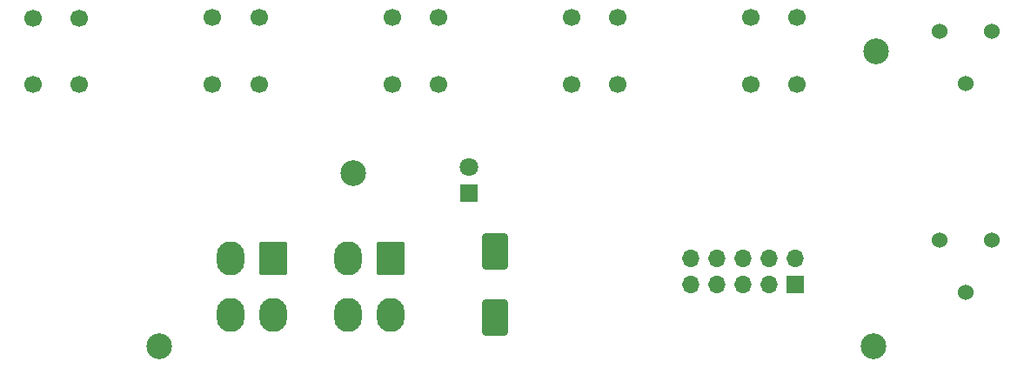
<source format=gbr>
%TF.GenerationSoftware,KiCad,Pcbnew,(6.0.9)*%
%TF.CreationDate,2023-01-27T21:22:42-09:00*%
%TF.ProjectId,RWR CONTROL PANEL,52575220-434f-44e5-9452-4f4c2050414e,-*%
%TF.SameCoordinates,Original*%
%TF.FileFunction,Soldermask,Bot*%
%TF.FilePolarity,Negative*%
%FSLAX46Y46*%
G04 Gerber Fmt 4.6, Leading zero omitted, Abs format (unit mm)*
G04 Created by KiCad (PCBNEW (6.0.9)) date 2023-01-27 21:22:42*
%MOMM*%
%LPD*%
G01*
G04 APERTURE LIST*
G04 Aperture macros list*
%AMRoundRect*
0 Rectangle with rounded corners*
0 $1 Rounding radius*
0 $2 $3 $4 $5 $6 $7 $8 $9 X,Y pos of 4 corners*
0 Add a 4 corners polygon primitive as box body*
4,1,4,$2,$3,$4,$5,$6,$7,$8,$9,$2,$3,0*
0 Add four circle primitives for the rounded corners*
1,1,$1+$1,$2,$3*
1,1,$1+$1,$4,$5*
1,1,$1+$1,$6,$7*
1,1,$1+$1,$8,$9*
0 Add four rect primitives between the rounded corners*
20,1,$1+$1,$2,$3,$4,$5,0*
20,1,$1+$1,$4,$5,$6,$7,0*
20,1,$1+$1,$6,$7,$8,$9,0*
20,1,$1+$1,$8,$9,$2,$3,0*%
G04 Aperture macros list end*
%ADD10R,1.800000X1.800000*%
%ADD11C,1.800000*%
%ADD12RoundRect,0.250001X1.099999X1.399999X-1.099999X1.399999X-1.099999X-1.399999X1.099999X-1.399999X0*%
%ADD13O,2.700000X3.300000*%
%ADD14RoundRect,0.250000X-1.000000X1.500000X-1.000000X-1.500000X1.000000X-1.500000X1.000000X1.500000X0*%
%ADD15C,1.700000*%
%ADD16C,1.524000*%
%ADD17O,1.700000X1.700000*%
%ADD18R,1.700000X1.700000*%
%ADD19C,2.500000*%
G04 APERTURE END LIST*
D10*
%TO.C,D1*%
X77935858Y-24052811D03*
D11*
X77935858Y-21512811D03*
%TD*%
D12*
%TO.C,J2*%
X70315858Y-30402811D03*
D13*
X66115858Y-30402811D03*
X70315858Y-35902811D03*
X66115858Y-35902811D03*
%TD*%
D12*
%TO.C,J1*%
X58885858Y-30402811D03*
D13*
X54685858Y-30402811D03*
X58885858Y-35902811D03*
X54685858Y-35902811D03*
%TD*%
D14*
%TO.C,C1*%
X80475858Y-29692811D03*
X80475858Y-36192811D03*
%TD*%
D15*
%TO.C,SW5*%
X105351530Y-13482785D03*
X105351530Y-6982785D03*
X109851530Y-13482785D03*
X109851530Y-6982785D03*
%TD*%
%TO.C,SW4*%
X87914431Y-13482785D03*
X87914431Y-6982785D03*
X92414431Y-13482785D03*
X92414431Y-6982785D03*
%TD*%
%TO.C,SW3*%
X74947732Y-6980385D03*
X74947732Y-13480385D03*
X70447732Y-6980385D03*
X70447732Y-13480385D03*
%TD*%
%TO.C,SW2*%
X57459831Y-6980385D03*
X57459831Y-13480385D03*
X52959831Y-6980385D03*
X52959831Y-13480385D03*
%TD*%
%TO.C,SW1*%
X39984631Y-6993085D03*
X39984631Y-13493085D03*
X35484631Y-6993085D03*
X35484631Y-13493085D03*
%TD*%
D16*
%TO.C,RV2*%
X128821131Y-28646585D03*
X126281131Y-33726585D03*
X123741131Y-28646585D03*
%TD*%
%TO.C,RV1*%
X128821131Y-8326585D03*
X126281131Y-13406585D03*
X123741131Y-8326585D03*
%TD*%
D17*
%TO.C,J3*%
X99525858Y-30402811D03*
X99525858Y-32942811D03*
X102065858Y-30402811D03*
X102065858Y-32942811D03*
X104605858Y-30402811D03*
X104605858Y-32942811D03*
X107145858Y-30402811D03*
X107145858Y-32942811D03*
X109685858Y-30402811D03*
D18*
X109685858Y-32942811D03*
%TD*%
D19*
%TO.C,H4*%
X117549881Y-10231585D03*
%TD*%
%TO.C,H3*%
X47763382Y-38965334D03*
%TD*%
%TO.C,H2*%
X117295880Y-38965334D03*
%TD*%
%TO.C,H1*%
X66663382Y-22137835D03*
%TD*%
M02*

</source>
